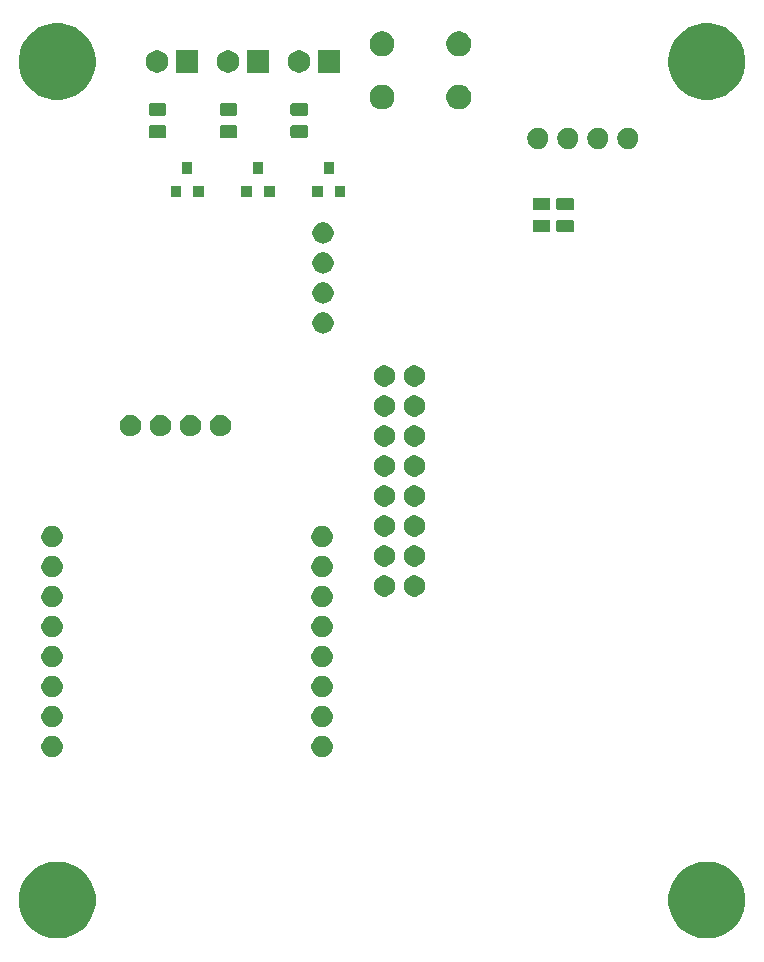
<source format=gbr>
G04 #@! TF.GenerationSoftware,KiCad,Pcbnew,5.1.6+dfsg1-1*
G04 #@! TF.CreationDate,2020-12-01T22:33:45+01:00*
G04 #@! TF.ProjectId,sensorbox,73656e73-6f72-4626-9f78-2e6b69636164,rev?*
G04 #@! TF.SameCoordinates,Original*
G04 #@! TF.FileFunction,Soldermask,Bot*
G04 #@! TF.FilePolarity,Negative*
%FSLAX46Y46*%
G04 Gerber Fmt 4.6, Leading zero omitted, Abs format (unit mm)*
G04 Created by KiCad (PCBNEW 5.1.6+dfsg1-1) date 2020-12-01 22:33:45*
%MOMM*%
%LPD*%
G01*
G04 APERTURE LIST*
%ADD10C,0.100000*%
G04 APERTURE END LIST*
D10*
G36*
X5634239Y-72811467D02*
G01*
X5948282Y-72873934D01*
X6539926Y-73119001D01*
X7072392Y-73474784D01*
X7525216Y-73927608D01*
X7880999Y-74460074D01*
X8126066Y-75051718D01*
X8251000Y-75679804D01*
X8251000Y-76320196D01*
X8126066Y-76948282D01*
X7880999Y-77539926D01*
X7525216Y-78072392D01*
X7072392Y-78525216D01*
X6539926Y-78880999D01*
X5948282Y-79126066D01*
X5634239Y-79188533D01*
X5320197Y-79251000D01*
X4679803Y-79251000D01*
X4365761Y-79188533D01*
X4051718Y-79126066D01*
X3460074Y-78880999D01*
X2927608Y-78525216D01*
X2474784Y-78072392D01*
X2119001Y-77539926D01*
X1873934Y-76948282D01*
X1749000Y-76320196D01*
X1749000Y-75679804D01*
X1873934Y-75051718D01*
X2119001Y-74460074D01*
X2474784Y-73927608D01*
X2927608Y-73474784D01*
X3460074Y-73119001D01*
X4051718Y-72873934D01*
X4365761Y-72811467D01*
X4679803Y-72749000D01*
X5320197Y-72749000D01*
X5634239Y-72811467D01*
G37*
G36*
X60634239Y-72811467D02*
G01*
X60948282Y-72873934D01*
X61539926Y-73119001D01*
X62072392Y-73474784D01*
X62525216Y-73927608D01*
X62880999Y-74460074D01*
X63126066Y-75051718D01*
X63251000Y-75679804D01*
X63251000Y-76320196D01*
X63126066Y-76948282D01*
X62880999Y-77539926D01*
X62525216Y-78072392D01*
X62072392Y-78525216D01*
X61539926Y-78880999D01*
X60948282Y-79126066D01*
X60634239Y-79188533D01*
X60320197Y-79251000D01*
X59679803Y-79251000D01*
X59365761Y-79188533D01*
X59051718Y-79126066D01*
X58460074Y-78880999D01*
X57927608Y-78525216D01*
X57474784Y-78072392D01*
X57119001Y-77539926D01*
X56873934Y-76948282D01*
X56749000Y-76320196D01*
X56749000Y-75679804D01*
X56873934Y-75051718D01*
X57119001Y-74460074D01*
X57474784Y-73927608D01*
X57927608Y-73474784D01*
X58460074Y-73119001D01*
X59051718Y-72873934D01*
X59365761Y-72811467D01*
X59679803Y-72749000D01*
X60320197Y-72749000D01*
X60634239Y-72811467D01*
G37*
G36*
X27543512Y-62103927D02*
G01*
X27692812Y-62133624D01*
X27856784Y-62201544D01*
X28004354Y-62300147D01*
X28129853Y-62425646D01*
X28228456Y-62573216D01*
X28296376Y-62737188D01*
X28331000Y-62911259D01*
X28331000Y-63088741D01*
X28296376Y-63262812D01*
X28228456Y-63426784D01*
X28129853Y-63574354D01*
X28004354Y-63699853D01*
X27856784Y-63798456D01*
X27692812Y-63866376D01*
X27543512Y-63896073D01*
X27518742Y-63901000D01*
X27341258Y-63901000D01*
X27316488Y-63896073D01*
X27167188Y-63866376D01*
X27003216Y-63798456D01*
X26855646Y-63699853D01*
X26730147Y-63574354D01*
X26631544Y-63426784D01*
X26563624Y-63262812D01*
X26529000Y-63088741D01*
X26529000Y-62911259D01*
X26563624Y-62737188D01*
X26631544Y-62573216D01*
X26730147Y-62425646D01*
X26855646Y-62300147D01*
X27003216Y-62201544D01*
X27167188Y-62133624D01*
X27316488Y-62103927D01*
X27341258Y-62099000D01*
X27518742Y-62099000D01*
X27543512Y-62103927D01*
G37*
G36*
X4683512Y-62103927D02*
G01*
X4832812Y-62133624D01*
X4996784Y-62201544D01*
X5144354Y-62300147D01*
X5269853Y-62425646D01*
X5368456Y-62573216D01*
X5436376Y-62737188D01*
X5471000Y-62911259D01*
X5471000Y-63088741D01*
X5436376Y-63262812D01*
X5368456Y-63426784D01*
X5269853Y-63574354D01*
X5144354Y-63699853D01*
X4996784Y-63798456D01*
X4832812Y-63866376D01*
X4683512Y-63896073D01*
X4658742Y-63901000D01*
X4481258Y-63901000D01*
X4456488Y-63896073D01*
X4307188Y-63866376D01*
X4143216Y-63798456D01*
X3995646Y-63699853D01*
X3870147Y-63574354D01*
X3771544Y-63426784D01*
X3703624Y-63262812D01*
X3669000Y-63088741D01*
X3669000Y-62911259D01*
X3703624Y-62737188D01*
X3771544Y-62573216D01*
X3870147Y-62425646D01*
X3995646Y-62300147D01*
X4143216Y-62201544D01*
X4307188Y-62133624D01*
X4456488Y-62103927D01*
X4481258Y-62099000D01*
X4658742Y-62099000D01*
X4683512Y-62103927D01*
G37*
G36*
X4683512Y-59563927D02*
G01*
X4832812Y-59593624D01*
X4996784Y-59661544D01*
X5144354Y-59760147D01*
X5269853Y-59885646D01*
X5368456Y-60033216D01*
X5436376Y-60197188D01*
X5471000Y-60371259D01*
X5471000Y-60548741D01*
X5436376Y-60722812D01*
X5368456Y-60886784D01*
X5269853Y-61034354D01*
X5144354Y-61159853D01*
X4996784Y-61258456D01*
X4832812Y-61326376D01*
X4683512Y-61356073D01*
X4658742Y-61361000D01*
X4481258Y-61361000D01*
X4456488Y-61356073D01*
X4307188Y-61326376D01*
X4143216Y-61258456D01*
X3995646Y-61159853D01*
X3870147Y-61034354D01*
X3771544Y-60886784D01*
X3703624Y-60722812D01*
X3669000Y-60548741D01*
X3669000Y-60371259D01*
X3703624Y-60197188D01*
X3771544Y-60033216D01*
X3870147Y-59885646D01*
X3995646Y-59760147D01*
X4143216Y-59661544D01*
X4307188Y-59593624D01*
X4456488Y-59563927D01*
X4481258Y-59559000D01*
X4658742Y-59559000D01*
X4683512Y-59563927D01*
G37*
G36*
X27543512Y-59563927D02*
G01*
X27692812Y-59593624D01*
X27856784Y-59661544D01*
X28004354Y-59760147D01*
X28129853Y-59885646D01*
X28228456Y-60033216D01*
X28296376Y-60197188D01*
X28331000Y-60371259D01*
X28331000Y-60548741D01*
X28296376Y-60722812D01*
X28228456Y-60886784D01*
X28129853Y-61034354D01*
X28004354Y-61159853D01*
X27856784Y-61258456D01*
X27692812Y-61326376D01*
X27543512Y-61356073D01*
X27518742Y-61361000D01*
X27341258Y-61361000D01*
X27316488Y-61356073D01*
X27167188Y-61326376D01*
X27003216Y-61258456D01*
X26855646Y-61159853D01*
X26730147Y-61034354D01*
X26631544Y-60886784D01*
X26563624Y-60722812D01*
X26529000Y-60548741D01*
X26529000Y-60371259D01*
X26563624Y-60197188D01*
X26631544Y-60033216D01*
X26730147Y-59885646D01*
X26855646Y-59760147D01*
X27003216Y-59661544D01*
X27167188Y-59593624D01*
X27316488Y-59563927D01*
X27341258Y-59559000D01*
X27518742Y-59559000D01*
X27543512Y-59563927D01*
G37*
G36*
X27543512Y-57023927D02*
G01*
X27692812Y-57053624D01*
X27856784Y-57121544D01*
X28004354Y-57220147D01*
X28129853Y-57345646D01*
X28228456Y-57493216D01*
X28296376Y-57657188D01*
X28331000Y-57831259D01*
X28331000Y-58008741D01*
X28296376Y-58182812D01*
X28228456Y-58346784D01*
X28129853Y-58494354D01*
X28004354Y-58619853D01*
X27856784Y-58718456D01*
X27692812Y-58786376D01*
X27543512Y-58816073D01*
X27518742Y-58821000D01*
X27341258Y-58821000D01*
X27316488Y-58816073D01*
X27167188Y-58786376D01*
X27003216Y-58718456D01*
X26855646Y-58619853D01*
X26730147Y-58494354D01*
X26631544Y-58346784D01*
X26563624Y-58182812D01*
X26529000Y-58008741D01*
X26529000Y-57831259D01*
X26563624Y-57657188D01*
X26631544Y-57493216D01*
X26730147Y-57345646D01*
X26855646Y-57220147D01*
X27003216Y-57121544D01*
X27167188Y-57053624D01*
X27316488Y-57023927D01*
X27341258Y-57019000D01*
X27518742Y-57019000D01*
X27543512Y-57023927D01*
G37*
G36*
X4683512Y-57023927D02*
G01*
X4832812Y-57053624D01*
X4996784Y-57121544D01*
X5144354Y-57220147D01*
X5269853Y-57345646D01*
X5368456Y-57493216D01*
X5436376Y-57657188D01*
X5471000Y-57831259D01*
X5471000Y-58008741D01*
X5436376Y-58182812D01*
X5368456Y-58346784D01*
X5269853Y-58494354D01*
X5144354Y-58619853D01*
X4996784Y-58718456D01*
X4832812Y-58786376D01*
X4683512Y-58816073D01*
X4658742Y-58821000D01*
X4481258Y-58821000D01*
X4456488Y-58816073D01*
X4307188Y-58786376D01*
X4143216Y-58718456D01*
X3995646Y-58619853D01*
X3870147Y-58494354D01*
X3771544Y-58346784D01*
X3703624Y-58182812D01*
X3669000Y-58008741D01*
X3669000Y-57831259D01*
X3703624Y-57657188D01*
X3771544Y-57493216D01*
X3870147Y-57345646D01*
X3995646Y-57220147D01*
X4143216Y-57121544D01*
X4307188Y-57053624D01*
X4456488Y-57023927D01*
X4481258Y-57019000D01*
X4658742Y-57019000D01*
X4683512Y-57023927D01*
G37*
G36*
X4683512Y-54483927D02*
G01*
X4832812Y-54513624D01*
X4996784Y-54581544D01*
X5144354Y-54680147D01*
X5269853Y-54805646D01*
X5368456Y-54953216D01*
X5436376Y-55117188D01*
X5471000Y-55291259D01*
X5471000Y-55468741D01*
X5436376Y-55642812D01*
X5368456Y-55806784D01*
X5269853Y-55954354D01*
X5144354Y-56079853D01*
X4996784Y-56178456D01*
X4832812Y-56246376D01*
X4683512Y-56276073D01*
X4658742Y-56281000D01*
X4481258Y-56281000D01*
X4456488Y-56276073D01*
X4307188Y-56246376D01*
X4143216Y-56178456D01*
X3995646Y-56079853D01*
X3870147Y-55954354D01*
X3771544Y-55806784D01*
X3703624Y-55642812D01*
X3669000Y-55468741D01*
X3669000Y-55291259D01*
X3703624Y-55117188D01*
X3771544Y-54953216D01*
X3870147Y-54805646D01*
X3995646Y-54680147D01*
X4143216Y-54581544D01*
X4307188Y-54513624D01*
X4456488Y-54483927D01*
X4481258Y-54479000D01*
X4658742Y-54479000D01*
X4683512Y-54483927D01*
G37*
G36*
X27543512Y-54483927D02*
G01*
X27692812Y-54513624D01*
X27856784Y-54581544D01*
X28004354Y-54680147D01*
X28129853Y-54805646D01*
X28228456Y-54953216D01*
X28296376Y-55117188D01*
X28331000Y-55291259D01*
X28331000Y-55468741D01*
X28296376Y-55642812D01*
X28228456Y-55806784D01*
X28129853Y-55954354D01*
X28004354Y-56079853D01*
X27856784Y-56178456D01*
X27692812Y-56246376D01*
X27543512Y-56276073D01*
X27518742Y-56281000D01*
X27341258Y-56281000D01*
X27316488Y-56276073D01*
X27167188Y-56246376D01*
X27003216Y-56178456D01*
X26855646Y-56079853D01*
X26730147Y-55954354D01*
X26631544Y-55806784D01*
X26563624Y-55642812D01*
X26529000Y-55468741D01*
X26529000Y-55291259D01*
X26563624Y-55117188D01*
X26631544Y-54953216D01*
X26730147Y-54805646D01*
X26855646Y-54680147D01*
X27003216Y-54581544D01*
X27167188Y-54513624D01*
X27316488Y-54483927D01*
X27341258Y-54479000D01*
X27518742Y-54479000D01*
X27543512Y-54483927D01*
G37*
G36*
X27543512Y-51943927D02*
G01*
X27692812Y-51973624D01*
X27856784Y-52041544D01*
X28004354Y-52140147D01*
X28129853Y-52265646D01*
X28228456Y-52413216D01*
X28296376Y-52577188D01*
X28331000Y-52751259D01*
X28331000Y-52928741D01*
X28296376Y-53102812D01*
X28228456Y-53266784D01*
X28129853Y-53414354D01*
X28004354Y-53539853D01*
X27856784Y-53638456D01*
X27692812Y-53706376D01*
X27543512Y-53736073D01*
X27518742Y-53741000D01*
X27341258Y-53741000D01*
X27316488Y-53736073D01*
X27167188Y-53706376D01*
X27003216Y-53638456D01*
X26855646Y-53539853D01*
X26730147Y-53414354D01*
X26631544Y-53266784D01*
X26563624Y-53102812D01*
X26529000Y-52928741D01*
X26529000Y-52751259D01*
X26563624Y-52577188D01*
X26631544Y-52413216D01*
X26730147Y-52265646D01*
X26855646Y-52140147D01*
X27003216Y-52041544D01*
X27167188Y-51973624D01*
X27316488Y-51943927D01*
X27341258Y-51939000D01*
X27518742Y-51939000D01*
X27543512Y-51943927D01*
G37*
G36*
X4683512Y-51943927D02*
G01*
X4832812Y-51973624D01*
X4996784Y-52041544D01*
X5144354Y-52140147D01*
X5269853Y-52265646D01*
X5368456Y-52413216D01*
X5436376Y-52577188D01*
X5471000Y-52751259D01*
X5471000Y-52928741D01*
X5436376Y-53102812D01*
X5368456Y-53266784D01*
X5269853Y-53414354D01*
X5144354Y-53539853D01*
X4996784Y-53638456D01*
X4832812Y-53706376D01*
X4683512Y-53736073D01*
X4658742Y-53741000D01*
X4481258Y-53741000D01*
X4456488Y-53736073D01*
X4307188Y-53706376D01*
X4143216Y-53638456D01*
X3995646Y-53539853D01*
X3870147Y-53414354D01*
X3771544Y-53266784D01*
X3703624Y-53102812D01*
X3669000Y-52928741D01*
X3669000Y-52751259D01*
X3703624Y-52577188D01*
X3771544Y-52413216D01*
X3870147Y-52265646D01*
X3995646Y-52140147D01*
X4143216Y-52041544D01*
X4307188Y-51973624D01*
X4456488Y-51943927D01*
X4481258Y-51939000D01*
X4658742Y-51939000D01*
X4683512Y-51943927D01*
G37*
G36*
X27543512Y-49403927D02*
G01*
X27692812Y-49433624D01*
X27856784Y-49501544D01*
X28004354Y-49600147D01*
X28129853Y-49725646D01*
X28228456Y-49873216D01*
X28296376Y-50037188D01*
X28326073Y-50186488D01*
X28330443Y-50208456D01*
X28331000Y-50211259D01*
X28331000Y-50388741D01*
X28296376Y-50562812D01*
X28228456Y-50726784D01*
X28129853Y-50874354D01*
X28004354Y-50999853D01*
X27856784Y-51098456D01*
X27692812Y-51166376D01*
X27543512Y-51196073D01*
X27518742Y-51201000D01*
X27341258Y-51201000D01*
X27316488Y-51196073D01*
X27167188Y-51166376D01*
X27003216Y-51098456D01*
X26855646Y-50999853D01*
X26730147Y-50874354D01*
X26631544Y-50726784D01*
X26563624Y-50562812D01*
X26529000Y-50388741D01*
X26529000Y-50211259D01*
X26529558Y-50208456D01*
X26533927Y-50186488D01*
X26563624Y-50037188D01*
X26631544Y-49873216D01*
X26730147Y-49725646D01*
X26855646Y-49600147D01*
X27003216Y-49501544D01*
X27167188Y-49433624D01*
X27316488Y-49403927D01*
X27341258Y-49399000D01*
X27518742Y-49399000D01*
X27543512Y-49403927D01*
G37*
G36*
X4683512Y-49403927D02*
G01*
X4832812Y-49433624D01*
X4996784Y-49501544D01*
X5144354Y-49600147D01*
X5269853Y-49725646D01*
X5368456Y-49873216D01*
X5436376Y-50037188D01*
X5466073Y-50186488D01*
X5470443Y-50208456D01*
X5471000Y-50211259D01*
X5471000Y-50388741D01*
X5436376Y-50562812D01*
X5368456Y-50726784D01*
X5269853Y-50874354D01*
X5144354Y-50999853D01*
X4996784Y-51098456D01*
X4832812Y-51166376D01*
X4683512Y-51196073D01*
X4658742Y-51201000D01*
X4481258Y-51201000D01*
X4456488Y-51196073D01*
X4307188Y-51166376D01*
X4143216Y-51098456D01*
X3995646Y-50999853D01*
X3870147Y-50874354D01*
X3771544Y-50726784D01*
X3703624Y-50562812D01*
X3669000Y-50388741D01*
X3669000Y-50211259D01*
X3669558Y-50208456D01*
X3673927Y-50186488D01*
X3703624Y-50037188D01*
X3771544Y-49873216D01*
X3870147Y-49725646D01*
X3995646Y-49600147D01*
X4143216Y-49501544D01*
X4307188Y-49433624D01*
X4456488Y-49403927D01*
X4481258Y-49399000D01*
X4658742Y-49399000D01*
X4683512Y-49403927D01*
G37*
G36*
X35353512Y-48513927D02*
G01*
X35502812Y-48543624D01*
X35666784Y-48611544D01*
X35814354Y-48710147D01*
X35939853Y-48835646D01*
X36038456Y-48983216D01*
X36106376Y-49147188D01*
X36136073Y-49296488D01*
X36141000Y-49321258D01*
X36141000Y-49498742D01*
X36136073Y-49523512D01*
X36106376Y-49672812D01*
X36038456Y-49836784D01*
X35939853Y-49984354D01*
X35814354Y-50109853D01*
X35666784Y-50208456D01*
X35502812Y-50276376D01*
X35353512Y-50306073D01*
X35328742Y-50311000D01*
X35151258Y-50311000D01*
X35126488Y-50306073D01*
X34977188Y-50276376D01*
X34813216Y-50208456D01*
X34665646Y-50109853D01*
X34540147Y-49984354D01*
X34441544Y-49836784D01*
X34373624Y-49672812D01*
X34343927Y-49523512D01*
X34339000Y-49498742D01*
X34339000Y-49321258D01*
X34343927Y-49296488D01*
X34373624Y-49147188D01*
X34441544Y-48983216D01*
X34540147Y-48835646D01*
X34665646Y-48710147D01*
X34813216Y-48611544D01*
X34977188Y-48543624D01*
X35126488Y-48513927D01*
X35151258Y-48509000D01*
X35328742Y-48509000D01*
X35353512Y-48513927D01*
G37*
G36*
X32813512Y-48513927D02*
G01*
X32962812Y-48543624D01*
X33126784Y-48611544D01*
X33274354Y-48710147D01*
X33399853Y-48835646D01*
X33498456Y-48983216D01*
X33566376Y-49147188D01*
X33596073Y-49296488D01*
X33601000Y-49321258D01*
X33601000Y-49498742D01*
X33596073Y-49523512D01*
X33566376Y-49672812D01*
X33498456Y-49836784D01*
X33399853Y-49984354D01*
X33274354Y-50109853D01*
X33126784Y-50208456D01*
X32962812Y-50276376D01*
X32813512Y-50306073D01*
X32788742Y-50311000D01*
X32611258Y-50311000D01*
X32586488Y-50306073D01*
X32437188Y-50276376D01*
X32273216Y-50208456D01*
X32125646Y-50109853D01*
X32000147Y-49984354D01*
X31901544Y-49836784D01*
X31833624Y-49672812D01*
X31803927Y-49523512D01*
X31799000Y-49498742D01*
X31799000Y-49321258D01*
X31803927Y-49296488D01*
X31833624Y-49147188D01*
X31901544Y-48983216D01*
X32000147Y-48835646D01*
X32125646Y-48710147D01*
X32273216Y-48611544D01*
X32437188Y-48543624D01*
X32586488Y-48513927D01*
X32611258Y-48509000D01*
X32788742Y-48509000D01*
X32813512Y-48513927D01*
G37*
G36*
X27543512Y-46863927D02*
G01*
X27692812Y-46893624D01*
X27856784Y-46961544D01*
X28004354Y-47060147D01*
X28129853Y-47185646D01*
X28228456Y-47333216D01*
X28296376Y-47497188D01*
X28326073Y-47646488D01*
X28330443Y-47668456D01*
X28331000Y-47671259D01*
X28331000Y-47848741D01*
X28296376Y-48022812D01*
X28228456Y-48186784D01*
X28129853Y-48334354D01*
X28004354Y-48459853D01*
X27856784Y-48558456D01*
X27692812Y-48626376D01*
X27543512Y-48656073D01*
X27518742Y-48661000D01*
X27341258Y-48661000D01*
X27316488Y-48656073D01*
X27167188Y-48626376D01*
X27003216Y-48558456D01*
X26855646Y-48459853D01*
X26730147Y-48334354D01*
X26631544Y-48186784D01*
X26563624Y-48022812D01*
X26529000Y-47848741D01*
X26529000Y-47671259D01*
X26529558Y-47668456D01*
X26533927Y-47646488D01*
X26563624Y-47497188D01*
X26631544Y-47333216D01*
X26730147Y-47185646D01*
X26855646Y-47060147D01*
X27003216Y-46961544D01*
X27167188Y-46893624D01*
X27316488Y-46863927D01*
X27341258Y-46859000D01*
X27518742Y-46859000D01*
X27543512Y-46863927D01*
G37*
G36*
X4683512Y-46863927D02*
G01*
X4832812Y-46893624D01*
X4996784Y-46961544D01*
X5144354Y-47060147D01*
X5269853Y-47185646D01*
X5368456Y-47333216D01*
X5436376Y-47497188D01*
X5466073Y-47646488D01*
X5470443Y-47668456D01*
X5471000Y-47671259D01*
X5471000Y-47848741D01*
X5436376Y-48022812D01*
X5368456Y-48186784D01*
X5269853Y-48334354D01*
X5144354Y-48459853D01*
X4996784Y-48558456D01*
X4832812Y-48626376D01*
X4683512Y-48656073D01*
X4658742Y-48661000D01*
X4481258Y-48661000D01*
X4456488Y-48656073D01*
X4307188Y-48626376D01*
X4143216Y-48558456D01*
X3995646Y-48459853D01*
X3870147Y-48334354D01*
X3771544Y-48186784D01*
X3703624Y-48022812D01*
X3669000Y-47848741D01*
X3669000Y-47671259D01*
X3669558Y-47668456D01*
X3673927Y-47646488D01*
X3703624Y-47497188D01*
X3771544Y-47333216D01*
X3870147Y-47185646D01*
X3995646Y-47060147D01*
X4143216Y-46961544D01*
X4307188Y-46893624D01*
X4456488Y-46863927D01*
X4481258Y-46859000D01*
X4658742Y-46859000D01*
X4683512Y-46863927D01*
G37*
G36*
X32813512Y-45973927D02*
G01*
X32962812Y-46003624D01*
X33126784Y-46071544D01*
X33274354Y-46170147D01*
X33399853Y-46295646D01*
X33498456Y-46443216D01*
X33566376Y-46607188D01*
X33596073Y-46756488D01*
X33601000Y-46781258D01*
X33601000Y-46958742D01*
X33596073Y-46983512D01*
X33566376Y-47132812D01*
X33498456Y-47296784D01*
X33399853Y-47444354D01*
X33274354Y-47569853D01*
X33126784Y-47668456D01*
X32962812Y-47736376D01*
X32813512Y-47766073D01*
X32788742Y-47771000D01*
X32611258Y-47771000D01*
X32586488Y-47766073D01*
X32437188Y-47736376D01*
X32273216Y-47668456D01*
X32125646Y-47569853D01*
X32000147Y-47444354D01*
X31901544Y-47296784D01*
X31833624Y-47132812D01*
X31803927Y-46983512D01*
X31799000Y-46958742D01*
X31799000Y-46781258D01*
X31803927Y-46756488D01*
X31833624Y-46607188D01*
X31901544Y-46443216D01*
X32000147Y-46295646D01*
X32125646Y-46170147D01*
X32273216Y-46071544D01*
X32437188Y-46003624D01*
X32586488Y-45973927D01*
X32611258Y-45969000D01*
X32788742Y-45969000D01*
X32813512Y-45973927D01*
G37*
G36*
X35353512Y-45973927D02*
G01*
X35502812Y-46003624D01*
X35666784Y-46071544D01*
X35814354Y-46170147D01*
X35939853Y-46295646D01*
X36038456Y-46443216D01*
X36106376Y-46607188D01*
X36136073Y-46756488D01*
X36141000Y-46781258D01*
X36141000Y-46958742D01*
X36136073Y-46983512D01*
X36106376Y-47132812D01*
X36038456Y-47296784D01*
X35939853Y-47444354D01*
X35814354Y-47569853D01*
X35666784Y-47668456D01*
X35502812Y-47736376D01*
X35353512Y-47766073D01*
X35328742Y-47771000D01*
X35151258Y-47771000D01*
X35126488Y-47766073D01*
X34977188Y-47736376D01*
X34813216Y-47668456D01*
X34665646Y-47569853D01*
X34540147Y-47444354D01*
X34441544Y-47296784D01*
X34373624Y-47132812D01*
X34343927Y-46983512D01*
X34339000Y-46958742D01*
X34339000Y-46781258D01*
X34343927Y-46756488D01*
X34373624Y-46607188D01*
X34441544Y-46443216D01*
X34540147Y-46295646D01*
X34665646Y-46170147D01*
X34813216Y-46071544D01*
X34977188Y-46003624D01*
X35126488Y-45973927D01*
X35151258Y-45969000D01*
X35328742Y-45969000D01*
X35353512Y-45973927D01*
G37*
G36*
X27543512Y-44323927D02*
G01*
X27692812Y-44353624D01*
X27856784Y-44421544D01*
X28004354Y-44520147D01*
X28129853Y-44645646D01*
X28228456Y-44793216D01*
X28296376Y-44957188D01*
X28326073Y-45106488D01*
X28330443Y-45128456D01*
X28331000Y-45131259D01*
X28331000Y-45308741D01*
X28296376Y-45482812D01*
X28228456Y-45646784D01*
X28129853Y-45794354D01*
X28004354Y-45919853D01*
X27856784Y-46018456D01*
X27692812Y-46086376D01*
X27543512Y-46116073D01*
X27518742Y-46121000D01*
X27341258Y-46121000D01*
X27316488Y-46116073D01*
X27167188Y-46086376D01*
X27003216Y-46018456D01*
X26855646Y-45919853D01*
X26730147Y-45794354D01*
X26631544Y-45646784D01*
X26563624Y-45482812D01*
X26529000Y-45308741D01*
X26529000Y-45131259D01*
X26529558Y-45128456D01*
X26533927Y-45106488D01*
X26563624Y-44957188D01*
X26631544Y-44793216D01*
X26730147Y-44645646D01*
X26855646Y-44520147D01*
X27003216Y-44421544D01*
X27167188Y-44353624D01*
X27316488Y-44323927D01*
X27341258Y-44319000D01*
X27518742Y-44319000D01*
X27543512Y-44323927D01*
G37*
G36*
X4683512Y-44323927D02*
G01*
X4832812Y-44353624D01*
X4996784Y-44421544D01*
X5144354Y-44520147D01*
X5269853Y-44645646D01*
X5368456Y-44793216D01*
X5436376Y-44957188D01*
X5466073Y-45106488D01*
X5470443Y-45128456D01*
X5471000Y-45131259D01*
X5471000Y-45308741D01*
X5436376Y-45482812D01*
X5368456Y-45646784D01*
X5269853Y-45794354D01*
X5144354Y-45919853D01*
X4996784Y-46018456D01*
X4832812Y-46086376D01*
X4683512Y-46116073D01*
X4658742Y-46121000D01*
X4481258Y-46121000D01*
X4456488Y-46116073D01*
X4307188Y-46086376D01*
X4143216Y-46018456D01*
X3995646Y-45919853D01*
X3870147Y-45794354D01*
X3771544Y-45646784D01*
X3703624Y-45482812D01*
X3669000Y-45308741D01*
X3669000Y-45131259D01*
X3669558Y-45128456D01*
X3673927Y-45106488D01*
X3703624Y-44957188D01*
X3771544Y-44793216D01*
X3870147Y-44645646D01*
X3995646Y-44520147D01*
X4143216Y-44421544D01*
X4307188Y-44353624D01*
X4456488Y-44323927D01*
X4481258Y-44319000D01*
X4658742Y-44319000D01*
X4683512Y-44323927D01*
G37*
G36*
X35353512Y-43433927D02*
G01*
X35502812Y-43463624D01*
X35666784Y-43531544D01*
X35814354Y-43630147D01*
X35939853Y-43755646D01*
X36038456Y-43903216D01*
X36106376Y-44067188D01*
X36136073Y-44216488D01*
X36141000Y-44241258D01*
X36141000Y-44418742D01*
X36136073Y-44443512D01*
X36106376Y-44592812D01*
X36038456Y-44756784D01*
X35939853Y-44904354D01*
X35814354Y-45029853D01*
X35666784Y-45128456D01*
X35502812Y-45196376D01*
X35353512Y-45226073D01*
X35328742Y-45231000D01*
X35151258Y-45231000D01*
X35126488Y-45226073D01*
X34977188Y-45196376D01*
X34813216Y-45128456D01*
X34665646Y-45029853D01*
X34540147Y-44904354D01*
X34441544Y-44756784D01*
X34373624Y-44592812D01*
X34343927Y-44443512D01*
X34339000Y-44418742D01*
X34339000Y-44241258D01*
X34343927Y-44216488D01*
X34373624Y-44067188D01*
X34441544Y-43903216D01*
X34540147Y-43755646D01*
X34665646Y-43630147D01*
X34813216Y-43531544D01*
X34977188Y-43463624D01*
X35126488Y-43433927D01*
X35151258Y-43429000D01*
X35328742Y-43429000D01*
X35353512Y-43433927D01*
G37*
G36*
X32813512Y-43433927D02*
G01*
X32962812Y-43463624D01*
X33126784Y-43531544D01*
X33274354Y-43630147D01*
X33399853Y-43755646D01*
X33498456Y-43903216D01*
X33566376Y-44067188D01*
X33596073Y-44216488D01*
X33601000Y-44241258D01*
X33601000Y-44418742D01*
X33596073Y-44443512D01*
X33566376Y-44592812D01*
X33498456Y-44756784D01*
X33399853Y-44904354D01*
X33274354Y-45029853D01*
X33126784Y-45128456D01*
X32962812Y-45196376D01*
X32813512Y-45226073D01*
X32788742Y-45231000D01*
X32611258Y-45231000D01*
X32586488Y-45226073D01*
X32437188Y-45196376D01*
X32273216Y-45128456D01*
X32125646Y-45029853D01*
X32000147Y-44904354D01*
X31901544Y-44756784D01*
X31833624Y-44592812D01*
X31803927Y-44443512D01*
X31799000Y-44418742D01*
X31799000Y-44241258D01*
X31803927Y-44216488D01*
X31833624Y-44067188D01*
X31901544Y-43903216D01*
X32000147Y-43755646D01*
X32125646Y-43630147D01*
X32273216Y-43531544D01*
X32437188Y-43463624D01*
X32586488Y-43433927D01*
X32611258Y-43429000D01*
X32788742Y-43429000D01*
X32813512Y-43433927D01*
G37*
G36*
X32813512Y-40893927D02*
G01*
X32962812Y-40923624D01*
X33126784Y-40991544D01*
X33274354Y-41090147D01*
X33399853Y-41215646D01*
X33498456Y-41363216D01*
X33566376Y-41527188D01*
X33601000Y-41701259D01*
X33601000Y-41878741D01*
X33566376Y-42052812D01*
X33498456Y-42216784D01*
X33399853Y-42364354D01*
X33274354Y-42489853D01*
X33126784Y-42588456D01*
X32962812Y-42656376D01*
X32813512Y-42686073D01*
X32788742Y-42691000D01*
X32611258Y-42691000D01*
X32586488Y-42686073D01*
X32437188Y-42656376D01*
X32273216Y-42588456D01*
X32125646Y-42489853D01*
X32000147Y-42364354D01*
X31901544Y-42216784D01*
X31833624Y-42052812D01*
X31799000Y-41878741D01*
X31799000Y-41701259D01*
X31833624Y-41527188D01*
X31901544Y-41363216D01*
X32000147Y-41215646D01*
X32125646Y-41090147D01*
X32273216Y-40991544D01*
X32437188Y-40923624D01*
X32586488Y-40893927D01*
X32611258Y-40889000D01*
X32788742Y-40889000D01*
X32813512Y-40893927D01*
G37*
G36*
X35353512Y-40893927D02*
G01*
X35502812Y-40923624D01*
X35666784Y-40991544D01*
X35814354Y-41090147D01*
X35939853Y-41215646D01*
X36038456Y-41363216D01*
X36106376Y-41527188D01*
X36141000Y-41701259D01*
X36141000Y-41878741D01*
X36106376Y-42052812D01*
X36038456Y-42216784D01*
X35939853Y-42364354D01*
X35814354Y-42489853D01*
X35666784Y-42588456D01*
X35502812Y-42656376D01*
X35353512Y-42686073D01*
X35328742Y-42691000D01*
X35151258Y-42691000D01*
X35126488Y-42686073D01*
X34977188Y-42656376D01*
X34813216Y-42588456D01*
X34665646Y-42489853D01*
X34540147Y-42364354D01*
X34441544Y-42216784D01*
X34373624Y-42052812D01*
X34339000Y-41878741D01*
X34339000Y-41701259D01*
X34373624Y-41527188D01*
X34441544Y-41363216D01*
X34540147Y-41215646D01*
X34665646Y-41090147D01*
X34813216Y-40991544D01*
X34977188Y-40923624D01*
X35126488Y-40893927D01*
X35151258Y-40889000D01*
X35328742Y-40889000D01*
X35353512Y-40893927D01*
G37*
G36*
X32813512Y-38353927D02*
G01*
X32962812Y-38383624D01*
X33126784Y-38451544D01*
X33274354Y-38550147D01*
X33399853Y-38675646D01*
X33498456Y-38823216D01*
X33566376Y-38987188D01*
X33601000Y-39161259D01*
X33601000Y-39338741D01*
X33566376Y-39512812D01*
X33498456Y-39676784D01*
X33399853Y-39824354D01*
X33274354Y-39949853D01*
X33126784Y-40048456D01*
X32962812Y-40116376D01*
X32813512Y-40146073D01*
X32788742Y-40151000D01*
X32611258Y-40151000D01*
X32586488Y-40146073D01*
X32437188Y-40116376D01*
X32273216Y-40048456D01*
X32125646Y-39949853D01*
X32000147Y-39824354D01*
X31901544Y-39676784D01*
X31833624Y-39512812D01*
X31799000Y-39338741D01*
X31799000Y-39161259D01*
X31833624Y-38987188D01*
X31901544Y-38823216D01*
X32000147Y-38675646D01*
X32125646Y-38550147D01*
X32273216Y-38451544D01*
X32437188Y-38383624D01*
X32586488Y-38353927D01*
X32611258Y-38349000D01*
X32788742Y-38349000D01*
X32813512Y-38353927D01*
G37*
G36*
X35353512Y-38353927D02*
G01*
X35502812Y-38383624D01*
X35666784Y-38451544D01*
X35814354Y-38550147D01*
X35939853Y-38675646D01*
X36038456Y-38823216D01*
X36106376Y-38987188D01*
X36141000Y-39161259D01*
X36141000Y-39338741D01*
X36106376Y-39512812D01*
X36038456Y-39676784D01*
X35939853Y-39824354D01*
X35814354Y-39949853D01*
X35666784Y-40048456D01*
X35502812Y-40116376D01*
X35353512Y-40146073D01*
X35328742Y-40151000D01*
X35151258Y-40151000D01*
X35126488Y-40146073D01*
X34977188Y-40116376D01*
X34813216Y-40048456D01*
X34665646Y-39949853D01*
X34540147Y-39824354D01*
X34441544Y-39676784D01*
X34373624Y-39512812D01*
X34339000Y-39338741D01*
X34339000Y-39161259D01*
X34373624Y-38987188D01*
X34441544Y-38823216D01*
X34540147Y-38675646D01*
X34665646Y-38550147D01*
X34813216Y-38451544D01*
X34977188Y-38383624D01*
X35126488Y-38353927D01*
X35151258Y-38349000D01*
X35328742Y-38349000D01*
X35353512Y-38353927D01*
G37*
G36*
X32813512Y-35813927D02*
G01*
X32962812Y-35843624D01*
X33126784Y-35911544D01*
X33274354Y-36010147D01*
X33399853Y-36135646D01*
X33498456Y-36283216D01*
X33566376Y-36447188D01*
X33601000Y-36621259D01*
X33601000Y-36798741D01*
X33566376Y-36972812D01*
X33498456Y-37136784D01*
X33399853Y-37284354D01*
X33274354Y-37409853D01*
X33126784Y-37508456D01*
X32962812Y-37576376D01*
X32813512Y-37606073D01*
X32788742Y-37611000D01*
X32611258Y-37611000D01*
X32586488Y-37606073D01*
X32437188Y-37576376D01*
X32273216Y-37508456D01*
X32125646Y-37409853D01*
X32000147Y-37284354D01*
X31901544Y-37136784D01*
X31833624Y-36972812D01*
X31799000Y-36798741D01*
X31799000Y-36621259D01*
X31833624Y-36447188D01*
X31901544Y-36283216D01*
X32000147Y-36135646D01*
X32125646Y-36010147D01*
X32273216Y-35911544D01*
X32437188Y-35843624D01*
X32586488Y-35813927D01*
X32611258Y-35809000D01*
X32788742Y-35809000D01*
X32813512Y-35813927D01*
G37*
G36*
X35353512Y-35813927D02*
G01*
X35502812Y-35843624D01*
X35666784Y-35911544D01*
X35814354Y-36010147D01*
X35939853Y-36135646D01*
X36038456Y-36283216D01*
X36106376Y-36447188D01*
X36141000Y-36621259D01*
X36141000Y-36798741D01*
X36106376Y-36972812D01*
X36038456Y-37136784D01*
X35939853Y-37284354D01*
X35814354Y-37409853D01*
X35666784Y-37508456D01*
X35502812Y-37576376D01*
X35353512Y-37606073D01*
X35328742Y-37611000D01*
X35151258Y-37611000D01*
X35126488Y-37606073D01*
X34977188Y-37576376D01*
X34813216Y-37508456D01*
X34665646Y-37409853D01*
X34540147Y-37284354D01*
X34441544Y-37136784D01*
X34373624Y-36972812D01*
X34339000Y-36798741D01*
X34339000Y-36621259D01*
X34373624Y-36447188D01*
X34441544Y-36283216D01*
X34540147Y-36135646D01*
X34665646Y-36010147D01*
X34813216Y-35911544D01*
X34977188Y-35843624D01*
X35126488Y-35813927D01*
X35151258Y-35809000D01*
X35328742Y-35809000D01*
X35353512Y-35813927D01*
G37*
G36*
X18923512Y-34923926D02*
G01*
X19072812Y-34953623D01*
X19236784Y-35021543D01*
X19384354Y-35120146D01*
X19509853Y-35245645D01*
X19608456Y-35393215D01*
X19676376Y-35557187D01*
X19711000Y-35731258D01*
X19711000Y-35908740D01*
X19676376Y-36082811D01*
X19608456Y-36246783D01*
X19509853Y-36394353D01*
X19384354Y-36519852D01*
X19236784Y-36618455D01*
X19072812Y-36686375D01*
X18923512Y-36716072D01*
X18898742Y-36720999D01*
X18721258Y-36720999D01*
X18696488Y-36716072D01*
X18547188Y-36686375D01*
X18383216Y-36618455D01*
X18235646Y-36519852D01*
X18110147Y-36394353D01*
X18011544Y-36246783D01*
X17943624Y-36082811D01*
X17909000Y-35908740D01*
X17909000Y-35731258D01*
X17943624Y-35557187D01*
X18011544Y-35393215D01*
X18110147Y-35245645D01*
X18235646Y-35120146D01*
X18383216Y-35021543D01*
X18547188Y-34953623D01*
X18696488Y-34923926D01*
X18721258Y-34918999D01*
X18898742Y-34918999D01*
X18923512Y-34923926D01*
G37*
G36*
X11303512Y-34923926D02*
G01*
X11452812Y-34953623D01*
X11616784Y-35021543D01*
X11764354Y-35120146D01*
X11889853Y-35245645D01*
X11988456Y-35393215D01*
X12056376Y-35557187D01*
X12091000Y-35731258D01*
X12091000Y-35908740D01*
X12056376Y-36082811D01*
X11988456Y-36246783D01*
X11889853Y-36394353D01*
X11764354Y-36519852D01*
X11616784Y-36618455D01*
X11452812Y-36686375D01*
X11303512Y-36716072D01*
X11278742Y-36720999D01*
X11101258Y-36720999D01*
X11076488Y-36716072D01*
X10927188Y-36686375D01*
X10763216Y-36618455D01*
X10615646Y-36519852D01*
X10490147Y-36394353D01*
X10391544Y-36246783D01*
X10323624Y-36082811D01*
X10289000Y-35908740D01*
X10289000Y-35731258D01*
X10323624Y-35557187D01*
X10391544Y-35393215D01*
X10490147Y-35245645D01*
X10615646Y-35120146D01*
X10763216Y-35021543D01*
X10927188Y-34953623D01*
X11076488Y-34923926D01*
X11101258Y-34918999D01*
X11278742Y-34918999D01*
X11303512Y-34923926D01*
G37*
G36*
X13843512Y-34923926D02*
G01*
X13992812Y-34953623D01*
X14156784Y-35021543D01*
X14304354Y-35120146D01*
X14429853Y-35245645D01*
X14528456Y-35393215D01*
X14596376Y-35557187D01*
X14631000Y-35731258D01*
X14631000Y-35908740D01*
X14596376Y-36082811D01*
X14528456Y-36246783D01*
X14429853Y-36394353D01*
X14304354Y-36519852D01*
X14156784Y-36618455D01*
X13992812Y-36686375D01*
X13843512Y-36716072D01*
X13818742Y-36720999D01*
X13641258Y-36720999D01*
X13616488Y-36716072D01*
X13467188Y-36686375D01*
X13303216Y-36618455D01*
X13155646Y-36519852D01*
X13030147Y-36394353D01*
X12931544Y-36246783D01*
X12863624Y-36082811D01*
X12829000Y-35908740D01*
X12829000Y-35731258D01*
X12863624Y-35557187D01*
X12931544Y-35393215D01*
X13030147Y-35245645D01*
X13155646Y-35120146D01*
X13303216Y-35021543D01*
X13467188Y-34953623D01*
X13616488Y-34923926D01*
X13641258Y-34918999D01*
X13818742Y-34918999D01*
X13843512Y-34923926D01*
G37*
G36*
X16383512Y-34923926D02*
G01*
X16532812Y-34953623D01*
X16696784Y-35021543D01*
X16844354Y-35120146D01*
X16969853Y-35245645D01*
X17068456Y-35393215D01*
X17136376Y-35557187D01*
X17171000Y-35731258D01*
X17171000Y-35908740D01*
X17136376Y-36082811D01*
X17068456Y-36246783D01*
X16969853Y-36394353D01*
X16844354Y-36519852D01*
X16696784Y-36618455D01*
X16532812Y-36686375D01*
X16383512Y-36716072D01*
X16358742Y-36720999D01*
X16181258Y-36720999D01*
X16156488Y-36716072D01*
X16007188Y-36686375D01*
X15843216Y-36618455D01*
X15695646Y-36519852D01*
X15570147Y-36394353D01*
X15471544Y-36246783D01*
X15403624Y-36082811D01*
X15369000Y-35908740D01*
X15369000Y-35731258D01*
X15403624Y-35557187D01*
X15471544Y-35393215D01*
X15570147Y-35245645D01*
X15695646Y-35120146D01*
X15843216Y-35021543D01*
X16007188Y-34953623D01*
X16156488Y-34923926D01*
X16181258Y-34918999D01*
X16358742Y-34918999D01*
X16383512Y-34923926D01*
G37*
G36*
X35353512Y-33273927D02*
G01*
X35502812Y-33303624D01*
X35666784Y-33371544D01*
X35814354Y-33470147D01*
X35939853Y-33595646D01*
X36038456Y-33743216D01*
X36106376Y-33907188D01*
X36141000Y-34081259D01*
X36141000Y-34258741D01*
X36106376Y-34432812D01*
X36038456Y-34596784D01*
X35939853Y-34744354D01*
X35814354Y-34869853D01*
X35666784Y-34968456D01*
X35502812Y-35036376D01*
X35353512Y-35066073D01*
X35328742Y-35071000D01*
X35151258Y-35071000D01*
X35126488Y-35066073D01*
X34977188Y-35036376D01*
X34813216Y-34968456D01*
X34665646Y-34869853D01*
X34540147Y-34744354D01*
X34441544Y-34596784D01*
X34373624Y-34432812D01*
X34339000Y-34258741D01*
X34339000Y-34081259D01*
X34373624Y-33907188D01*
X34441544Y-33743216D01*
X34540147Y-33595646D01*
X34665646Y-33470147D01*
X34813216Y-33371544D01*
X34977188Y-33303624D01*
X35126488Y-33273927D01*
X35151258Y-33269000D01*
X35328742Y-33269000D01*
X35353512Y-33273927D01*
G37*
G36*
X32813512Y-33273927D02*
G01*
X32962812Y-33303624D01*
X33126784Y-33371544D01*
X33274354Y-33470147D01*
X33399853Y-33595646D01*
X33498456Y-33743216D01*
X33566376Y-33907188D01*
X33601000Y-34081259D01*
X33601000Y-34258741D01*
X33566376Y-34432812D01*
X33498456Y-34596784D01*
X33399853Y-34744354D01*
X33274354Y-34869853D01*
X33126784Y-34968456D01*
X32962812Y-35036376D01*
X32813512Y-35066073D01*
X32788742Y-35071000D01*
X32611258Y-35071000D01*
X32586488Y-35066073D01*
X32437188Y-35036376D01*
X32273216Y-34968456D01*
X32125646Y-34869853D01*
X32000147Y-34744354D01*
X31901544Y-34596784D01*
X31833624Y-34432812D01*
X31799000Y-34258741D01*
X31799000Y-34081259D01*
X31833624Y-33907188D01*
X31901544Y-33743216D01*
X32000147Y-33595646D01*
X32125646Y-33470147D01*
X32273216Y-33371544D01*
X32437188Y-33303624D01*
X32586488Y-33273927D01*
X32611258Y-33269000D01*
X32788742Y-33269000D01*
X32813512Y-33273927D01*
G37*
G36*
X32813512Y-30733927D02*
G01*
X32962812Y-30763624D01*
X33126784Y-30831544D01*
X33274354Y-30930147D01*
X33399853Y-31055646D01*
X33498456Y-31203216D01*
X33566376Y-31367188D01*
X33601000Y-31541259D01*
X33601000Y-31718741D01*
X33566376Y-31892812D01*
X33498456Y-32056784D01*
X33399853Y-32204354D01*
X33274354Y-32329853D01*
X33126784Y-32428456D01*
X32962812Y-32496376D01*
X32813512Y-32526073D01*
X32788742Y-32531000D01*
X32611258Y-32531000D01*
X32586488Y-32526073D01*
X32437188Y-32496376D01*
X32273216Y-32428456D01*
X32125646Y-32329853D01*
X32000147Y-32204354D01*
X31901544Y-32056784D01*
X31833624Y-31892812D01*
X31799000Y-31718741D01*
X31799000Y-31541259D01*
X31833624Y-31367188D01*
X31901544Y-31203216D01*
X32000147Y-31055646D01*
X32125646Y-30930147D01*
X32273216Y-30831544D01*
X32437188Y-30763624D01*
X32586488Y-30733927D01*
X32611258Y-30729000D01*
X32788742Y-30729000D01*
X32813512Y-30733927D01*
G37*
G36*
X35353512Y-30733927D02*
G01*
X35502812Y-30763624D01*
X35666784Y-30831544D01*
X35814354Y-30930147D01*
X35939853Y-31055646D01*
X36038456Y-31203216D01*
X36106376Y-31367188D01*
X36141000Y-31541259D01*
X36141000Y-31718741D01*
X36106376Y-31892812D01*
X36038456Y-32056784D01*
X35939853Y-32204354D01*
X35814354Y-32329853D01*
X35666784Y-32428456D01*
X35502812Y-32496376D01*
X35353512Y-32526073D01*
X35328742Y-32531000D01*
X35151258Y-32531000D01*
X35126488Y-32526073D01*
X34977188Y-32496376D01*
X34813216Y-32428456D01*
X34665646Y-32329853D01*
X34540147Y-32204354D01*
X34441544Y-32056784D01*
X34373624Y-31892812D01*
X34339000Y-31718741D01*
X34339000Y-31541259D01*
X34373624Y-31367188D01*
X34441544Y-31203216D01*
X34540147Y-31055646D01*
X34665646Y-30930147D01*
X34813216Y-30831544D01*
X34977188Y-30763624D01*
X35126488Y-30733927D01*
X35151258Y-30729000D01*
X35328742Y-30729000D01*
X35353512Y-30733927D01*
G37*
G36*
X27613512Y-26233926D02*
G01*
X27762812Y-26263623D01*
X27926784Y-26331543D01*
X28074354Y-26430146D01*
X28199853Y-26555645D01*
X28298456Y-26703215D01*
X28366376Y-26867187D01*
X28401000Y-27041258D01*
X28401000Y-27218740D01*
X28366376Y-27392811D01*
X28298456Y-27556783D01*
X28199853Y-27704353D01*
X28074354Y-27829852D01*
X27926784Y-27928455D01*
X27762812Y-27996375D01*
X27613512Y-28026072D01*
X27588742Y-28030999D01*
X27411258Y-28030999D01*
X27386488Y-28026072D01*
X27237188Y-27996375D01*
X27073216Y-27928455D01*
X26925646Y-27829852D01*
X26800147Y-27704353D01*
X26701544Y-27556783D01*
X26633624Y-27392811D01*
X26599000Y-27218740D01*
X26599000Y-27041258D01*
X26633624Y-26867187D01*
X26701544Y-26703215D01*
X26800147Y-26555645D01*
X26925646Y-26430146D01*
X27073216Y-26331543D01*
X27237188Y-26263623D01*
X27386488Y-26233926D01*
X27411258Y-26228999D01*
X27588742Y-26228999D01*
X27613512Y-26233926D01*
G37*
G36*
X27613512Y-23693926D02*
G01*
X27762812Y-23723623D01*
X27926784Y-23791543D01*
X28074354Y-23890146D01*
X28199853Y-24015645D01*
X28298456Y-24163215D01*
X28366376Y-24327187D01*
X28401000Y-24501258D01*
X28401000Y-24678740D01*
X28366376Y-24852811D01*
X28298456Y-25016783D01*
X28199853Y-25164353D01*
X28074354Y-25289852D01*
X27926784Y-25388455D01*
X27762812Y-25456375D01*
X27613512Y-25486072D01*
X27588742Y-25490999D01*
X27411258Y-25490999D01*
X27386488Y-25486072D01*
X27237188Y-25456375D01*
X27073216Y-25388455D01*
X26925646Y-25289852D01*
X26800147Y-25164353D01*
X26701544Y-25016783D01*
X26633624Y-24852811D01*
X26599000Y-24678740D01*
X26599000Y-24501258D01*
X26633624Y-24327187D01*
X26701544Y-24163215D01*
X26800147Y-24015645D01*
X26925646Y-23890146D01*
X27073216Y-23791543D01*
X27237188Y-23723623D01*
X27386488Y-23693926D01*
X27411258Y-23688999D01*
X27588742Y-23688999D01*
X27613512Y-23693926D01*
G37*
G36*
X27613512Y-21153926D02*
G01*
X27762812Y-21183623D01*
X27926784Y-21251543D01*
X28074354Y-21350146D01*
X28199853Y-21475645D01*
X28298456Y-21623215D01*
X28366376Y-21787187D01*
X28401000Y-21961258D01*
X28401000Y-22138740D01*
X28366376Y-22312811D01*
X28298456Y-22476783D01*
X28199853Y-22624353D01*
X28074354Y-22749852D01*
X27926784Y-22848455D01*
X27762812Y-22916375D01*
X27613512Y-22946072D01*
X27588742Y-22950999D01*
X27411258Y-22950999D01*
X27386488Y-22946072D01*
X27237188Y-22916375D01*
X27073216Y-22848455D01*
X26925646Y-22749852D01*
X26800147Y-22624353D01*
X26701544Y-22476783D01*
X26633624Y-22312811D01*
X26599000Y-22138740D01*
X26599000Y-21961258D01*
X26633624Y-21787187D01*
X26701544Y-21623215D01*
X26800147Y-21475645D01*
X26925646Y-21350146D01*
X27073216Y-21251543D01*
X27237188Y-21183623D01*
X27386488Y-21153926D01*
X27411258Y-21148999D01*
X27588742Y-21148999D01*
X27613512Y-21153926D01*
G37*
G36*
X27613512Y-18613926D02*
G01*
X27762812Y-18643623D01*
X27926784Y-18711543D01*
X28074354Y-18810146D01*
X28199853Y-18935645D01*
X28298456Y-19083215D01*
X28366376Y-19247187D01*
X28401000Y-19421258D01*
X28401000Y-19598740D01*
X28366376Y-19772811D01*
X28298456Y-19936783D01*
X28199853Y-20084353D01*
X28074354Y-20209852D01*
X27926784Y-20308455D01*
X27762812Y-20376375D01*
X27613512Y-20406072D01*
X27588742Y-20410999D01*
X27411258Y-20410999D01*
X27386488Y-20406072D01*
X27237188Y-20376375D01*
X27073216Y-20308455D01*
X26925646Y-20209852D01*
X26800147Y-20084353D01*
X26701544Y-19936783D01*
X26633624Y-19772811D01*
X26599000Y-19598740D01*
X26599000Y-19421258D01*
X26633624Y-19247187D01*
X26701544Y-19083215D01*
X26800147Y-18935645D01*
X26925646Y-18810146D01*
X27073216Y-18711543D01*
X27237188Y-18643623D01*
X27386488Y-18613926D01*
X27411258Y-18608999D01*
X27588742Y-18608999D01*
X27613512Y-18613926D01*
G37*
G36*
X46584468Y-18403565D02*
G01*
X46623138Y-18415296D01*
X46658777Y-18434346D01*
X46690017Y-18459983D01*
X46715654Y-18491223D01*
X46734704Y-18526862D01*
X46746435Y-18565532D01*
X46751000Y-18611888D01*
X46751000Y-19263112D01*
X46746435Y-19309468D01*
X46734704Y-19348138D01*
X46715654Y-19383777D01*
X46690017Y-19415017D01*
X46658777Y-19440654D01*
X46623138Y-19459704D01*
X46584468Y-19471435D01*
X46538112Y-19476000D01*
X45461888Y-19476000D01*
X45415532Y-19471435D01*
X45376862Y-19459704D01*
X45341223Y-19440654D01*
X45309983Y-19415017D01*
X45284346Y-19383777D01*
X45265296Y-19348138D01*
X45253565Y-19309468D01*
X45249000Y-19263112D01*
X45249000Y-18611888D01*
X45253565Y-18565532D01*
X45265296Y-18526862D01*
X45284346Y-18491223D01*
X45309983Y-18459983D01*
X45341223Y-18434346D01*
X45376862Y-18415296D01*
X45415532Y-18403565D01*
X45461888Y-18399000D01*
X46538112Y-18399000D01*
X46584468Y-18403565D01*
G37*
G36*
X48584468Y-18403565D02*
G01*
X48623138Y-18415296D01*
X48658777Y-18434346D01*
X48690017Y-18459983D01*
X48715654Y-18491223D01*
X48734704Y-18526862D01*
X48746435Y-18565532D01*
X48751000Y-18611888D01*
X48751000Y-19263112D01*
X48746435Y-19309468D01*
X48734704Y-19348138D01*
X48715654Y-19383777D01*
X48690017Y-19415017D01*
X48658777Y-19440654D01*
X48623138Y-19459704D01*
X48584468Y-19471435D01*
X48538112Y-19476000D01*
X47461888Y-19476000D01*
X47415532Y-19471435D01*
X47376862Y-19459704D01*
X47341223Y-19440654D01*
X47309983Y-19415017D01*
X47284346Y-19383777D01*
X47265296Y-19348138D01*
X47253565Y-19309468D01*
X47249000Y-19263112D01*
X47249000Y-18611888D01*
X47253565Y-18565532D01*
X47265296Y-18526862D01*
X47284346Y-18491223D01*
X47309983Y-18459983D01*
X47341223Y-18434346D01*
X47376862Y-18415296D01*
X47415532Y-18403565D01*
X47461888Y-18399000D01*
X48538112Y-18399000D01*
X48584468Y-18403565D01*
G37*
G36*
X46584468Y-16528565D02*
G01*
X46623138Y-16540296D01*
X46658777Y-16559346D01*
X46690017Y-16584983D01*
X46715654Y-16616223D01*
X46734704Y-16651862D01*
X46746435Y-16690532D01*
X46751000Y-16736888D01*
X46751000Y-17388112D01*
X46746435Y-17434468D01*
X46734704Y-17473138D01*
X46715654Y-17508777D01*
X46690017Y-17540017D01*
X46658777Y-17565654D01*
X46623138Y-17584704D01*
X46584468Y-17596435D01*
X46538112Y-17601000D01*
X45461888Y-17601000D01*
X45415532Y-17596435D01*
X45376862Y-17584704D01*
X45341223Y-17565654D01*
X45309983Y-17540017D01*
X45284346Y-17508777D01*
X45265296Y-17473138D01*
X45253565Y-17434468D01*
X45249000Y-17388112D01*
X45249000Y-16736888D01*
X45253565Y-16690532D01*
X45265296Y-16651862D01*
X45284346Y-16616223D01*
X45309983Y-16584983D01*
X45341223Y-16559346D01*
X45376862Y-16540296D01*
X45415532Y-16528565D01*
X45461888Y-16524000D01*
X46538112Y-16524000D01*
X46584468Y-16528565D01*
G37*
G36*
X48584468Y-16528565D02*
G01*
X48623138Y-16540296D01*
X48658777Y-16559346D01*
X48690017Y-16584983D01*
X48715654Y-16616223D01*
X48734704Y-16651862D01*
X48746435Y-16690532D01*
X48751000Y-16736888D01*
X48751000Y-17388112D01*
X48746435Y-17434468D01*
X48734704Y-17473138D01*
X48715654Y-17508777D01*
X48690017Y-17540017D01*
X48658777Y-17565654D01*
X48623138Y-17584704D01*
X48584468Y-17596435D01*
X48538112Y-17601000D01*
X47461888Y-17601000D01*
X47415532Y-17596435D01*
X47376862Y-17584704D01*
X47341223Y-17565654D01*
X47309983Y-17540017D01*
X47284346Y-17508777D01*
X47265296Y-17473138D01*
X47253565Y-17434468D01*
X47249000Y-17388112D01*
X47249000Y-16736888D01*
X47253565Y-16690532D01*
X47265296Y-16651862D01*
X47284346Y-16616223D01*
X47309983Y-16584983D01*
X47341223Y-16559346D01*
X47376862Y-16540296D01*
X47415532Y-16528565D01*
X47461888Y-16524000D01*
X48538112Y-16524000D01*
X48584468Y-16528565D01*
G37*
G36*
X27501000Y-16501000D02*
G01*
X26599000Y-16501000D01*
X26599000Y-15499000D01*
X27501000Y-15499000D01*
X27501000Y-16501000D01*
G37*
G36*
X17401000Y-16501000D02*
G01*
X16499000Y-16501000D01*
X16499000Y-15499000D01*
X17401000Y-15499000D01*
X17401000Y-16501000D01*
G37*
G36*
X23401000Y-16501000D02*
G01*
X22499000Y-16501000D01*
X22499000Y-15499000D01*
X23401000Y-15499000D01*
X23401000Y-16501000D01*
G37*
G36*
X21501000Y-16501000D02*
G01*
X20599000Y-16501000D01*
X20599000Y-15499000D01*
X21501000Y-15499000D01*
X21501000Y-16501000D01*
G37*
G36*
X15501000Y-16501000D02*
G01*
X14599000Y-16501000D01*
X14599000Y-15499000D01*
X15501000Y-15499000D01*
X15501000Y-16501000D01*
G37*
G36*
X29401000Y-16501000D02*
G01*
X28499000Y-16501000D01*
X28499000Y-15499000D01*
X29401000Y-15499000D01*
X29401000Y-16501000D01*
G37*
G36*
X28451000Y-14501000D02*
G01*
X27549000Y-14501000D01*
X27549000Y-13499000D01*
X28451000Y-13499000D01*
X28451000Y-14501000D01*
G37*
G36*
X22451000Y-14501000D02*
G01*
X21549000Y-14501000D01*
X21549000Y-13499000D01*
X22451000Y-13499000D01*
X22451000Y-14501000D01*
G37*
G36*
X16451000Y-14501000D02*
G01*
X15549000Y-14501000D01*
X15549000Y-13499000D01*
X16451000Y-13499000D01*
X16451000Y-14501000D01*
G37*
G36*
X53423512Y-10603927D02*
G01*
X53572812Y-10633624D01*
X53736784Y-10701544D01*
X53884354Y-10800147D01*
X54009853Y-10925646D01*
X54108456Y-11073216D01*
X54176376Y-11237188D01*
X54205534Y-11383777D01*
X54208192Y-11397139D01*
X54211000Y-11411259D01*
X54211000Y-11588741D01*
X54176376Y-11762812D01*
X54108456Y-11926784D01*
X54009853Y-12074354D01*
X53884354Y-12199853D01*
X53736784Y-12298456D01*
X53572812Y-12366376D01*
X53423512Y-12396073D01*
X53398742Y-12401000D01*
X53221258Y-12401000D01*
X53196488Y-12396073D01*
X53047188Y-12366376D01*
X52883216Y-12298456D01*
X52735646Y-12199853D01*
X52610147Y-12074354D01*
X52511544Y-11926784D01*
X52443624Y-11762812D01*
X52409000Y-11588741D01*
X52409000Y-11411259D01*
X52411809Y-11397139D01*
X52414466Y-11383777D01*
X52443624Y-11237188D01*
X52511544Y-11073216D01*
X52610147Y-10925646D01*
X52735646Y-10800147D01*
X52883216Y-10701544D01*
X53047188Y-10633624D01*
X53196488Y-10603927D01*
X53221258Y-10599000D01*
X53398742Y-10599000D01*
X53423512Y-10603927D01*
G37*
G36*
X50883512Y-10603927D02*
G01*
X51032812Y-10633624D01*
X51196784Y-10701544D01*
X51344354Y-10800147D01*
X51469853Y-10925646D01*
X51568456Y-11073216D01*
X51636376Y-11237188D01*
X51665534Y-11383777D01*
X51668192Y-11397139D01*
X51671000Y-11411259D01*
X51671000Y-11588741D01*
X51636376Y-11762812D01*
X51568456Y-11926784D01*
X51469853Y-12074354D01*
X51344354Y-12199853D01*
X51196784Y-12298456D01*
X51032812Y-12366376D01*
X50883512Y-12396073D01*
X50858742Y-12401000D01*
X50681258Y-12401000D01*
X50656488Y-12396073D01*
X50507188Y-12366376D01*
X50343216Y-12298456D01*
X50195646Y-12199853D01*
X50070147Y-12074354D01*
X49971544Y-11926784D01*
X49903624Y-11762812D01*
X49869000Y-11588741D01*
X49869000Y-11411259D01*
X49871809Y-11397139D01*
X49874466Y-11383777D01*
X49903624Y-11237188D01*
X49971544Y-11073216D01*
X50070147Y-10925646D01*
X50195646Y-10800147D01*
X50343216Y-10701544D01*
X50507188Y-10633624D01*
X50656488Y-10603927D01*
X50681258Y-10599000D01*
X50858742Y-10599000D01*
X50883512Y-10603927D01*
G37*
G36*
X45803512Y-10603927D02*
G01*
X45952812Y-10633624D01*
X46116784Y-10701544D01*
X46264354Y-10800147D01*
X46389853Y-10925646D01*
X46488456Y-11073216D01*
X46556376Y-11237188D01*
X46585534Y-11383777D01*
X46588192Y-11397139D01*
X46591000Y-11411259D01*
X46591000Y-11588741D01*
X46556376Y-11762812D01*
X46488456Y-11926784D01*
X46389853Y-12074354D01*
X46264354Y-12199853D01*
X46116784Y-12298456D01*
X45952812Y-12366376D01*
X45803512Y-12396073D01*
X45778742Y-12401000D01*
X45601258Y-12401000D01*
X45576488Y-12396073D01*
X45427188Y-12366376D01*
X45263216Y-12298456D01*
X45115646Y-12199853D01*
X44990147Y-12074354D01*
X44891544Y-11926784D01*
X44823624Y-11762812D01*
X44789000Y-11588741D01*
X44789000Y-11411259D01*
X44791809Y-11397139D01*
X44794466Y-11383777D01*
X44823624Y-11237188D01*
X44891544Y-11073216D01*
X44990147Y-10925646D01*
X45115646Y-10800147D01*
X45263216Y-10701544D01*
X45427188Y-10633624D01*
X45576488Y-10603927D01*
X45601258Y-10599000D01*
X45778742Y-10599000D01*
X45803512Y-10603927D01*
G37*
G36*
X48343512Y-10603927D02*
G01*
X48492812Y-10633624D01*
X48656784Y-10701544D01*
X48804354Y-10800147D01*
X48929853Y-10925646D01*
X49028456Y-11073216D01*
X49096376Y-11237188D01*
X49125534Y-11383777D01*
X49128192Y-11397139D01*
X49131000Y-11411259D01*
X49131000Y-11588741D01*
X49096376Y-11762812D01*
X49028456Y-11926784D01*
X48929853Y-12074354D01*
X48804354Y-12199853D01*
X48656784Y-12298456D01*
X48492812Y-12366376D01*
X48343512Y-12396073D01*
X48318742Y-12401000D01*
X48141258Y-12401000D01*
X48116488Y-12396073D01*
X47967188Y-12366376D01*
X47803216Y-12298456D01*
X47655646Y-12199853D01*
X47530147Y-12074354D01*
X47431544Y-11926784D01*
X47363624Y-11762812D01*
X47329000Y-11588741D01*
X47329000Y-11411259D01*
X47331809Y-11397139D01*
X47334466Y-11383777D01*
X47363624Y-11237188D01*
X47431544Y-11073216D01*
X47530147Y-10925646D01*
X47655646Y-10800147D01*
X47803216Y-10701544D01*
X47967188Y-10633624D01*
X48116488Y-10603927D01*
X48141258Y-10599000D01*
X48318742Y-10599000D01*
X48343512Y-10603927D01*
G37*
G36*
X14084468Y-10403565D02*
G01*
X14123138Y-10415296D01*
X14158777Y-10434346D01*
X14190017Y-10459983D01*
X14215654Y-10491223D01*
X14234704Y-10526862D01*
X14246435Y-10565532D01*
X14251000Y-10611888D01*
X14251000Y-11263112D01*
X14246435Y-11309468D01*
X14234704Y-11348138D01*
X14215654Y-11383777D01*
X14190017Y-11415017D01*
X14158777Y-11440654D01*
X14123138Y-11459704D01*
X14084468Y-11471435D01*
X14038112Y-11476000D01*
X12961888Y-11476000D01*
X12915532Y-11471435D01*
X12876862Y-11459704D01*
X12841223Y-11440654D01*
X12809983Y-11415017D01*
X12784346Y-11383777D01*
X12765296Y-11348138D01*
X12753565Y-11309468D01*
X12749000Y-11263112D01*
X12749000Y-10611888D01*
X12753565Y-10565532D01*
X12765296Y-10526862D01*
X12784346Y-10491223D01*
X12809983Y-10459983D01*
X12841223Y-10434346D01*
X12876862Y-10415296D01*
X12915532Y-10403565D01*
X12961888Y-10399000D01*
X14038112Y-10399000D01*
X14084468Y-10403565D01*
G37*
G36*
X20084468Y-10403565D02*
G01*
X20123138Y-10415296D01*
X20158777Y-10434346D01*
X20190017Y-10459983D01*
X20215654Y-10491223D01*
X20234704Y-10526862D01*
X20246435Y-10565532D01*
X20251000Y-10611888D01*
X20251000Y-11263112D01*
X20246435Y-11309468D01*
X20234704Y-11348138D01*
X20215654Y-11383777D01*
X20190017Y-11415017D01*
X20158777Y-11440654D01*
X20123138Y-11459704D01*
X20084468Y-11471435D01*
X20038112Y-11476000D01*
X18961888Y-11476000D01*
X18915532Y-11471435D01*
X18876862Y-11459704D01*
X18841223Y-11440654D01*
X18809983Y-11415017D01*
X18784346Y-11383777D01*
X18765296Y-11348138D01*
X18753565Y-11309468D01*
X18749000Y-11263112D01*
X18749000Y-10611888D01*
X18753565Y-10565532D01*
X18765296Y-10526862D01*
X18784346Y-10491223D01*
X18809983Y-10459983D01*
X18841223Y-10434346D01*
X18876862Y-10415296D01*
X18915532Y-10403565D01*
X18961888Y-10399000D01*
X20038112Y-10399000D01*
X20084468Y-10403565D01*
G37*
G36*
X26084468Y-10403565D02*
G01*
X26123138Y-10415296D01*
X26158777Y-10434346D01*
X26190017Y-10459983D01*
X26215654Y-10491223D01*
X26234704Y-10526862D01*
X26246435Y-10565532D01*
X26251000Y-10611888D01*
X26251000Y-11263112D01*
X26246435Y-11309468D01*
X26234704Y-11348138D01*
X26215654Y-11383777D01*
X26190017Y-11415017D01*
X26158777Y-11440654D01*
X26123138Y-11459704D01*
X26084468Y-11471435D01*
X26038112Y-11476000D01*
X24961888Y-11476000D01*
X24915532Y-11471435D01*
X24876862Y-11459704D01*
X24841223Y-11440654D01*
X24809983Y-11415017D01*
X24784346Y-11383777D01*
X24765296Y-11348138D01*
X24753565Y-11309468D01*
X24749000Y-11263112D01*
X24749000Y-10611888D01*
X24753565Y-10565532D01*
X24765296Y-10526862D01*
X24784346Y-10491223D01*
X24809983Y-10459983D01*
X24841223Y-10434346D01*
X24876862Y-10415296D01*
X24915532Y-10403565D01*
X24961888Y-10399000D01*
X26038112Y-10399000D01*
X26084468Y-10403565D01*
G37*
G36*
X14084468Y-8528565D02*
G01*
X14123138Y-8540296D01*
X14158777Y-8559346D01*
X14190017Y-8584983D01*
X14215654Y-8616223D01*
X14234704Y-8651862D01*
X14246435Y-8690532D01*
X14251000Y-8736888D01*
X14251000Y-9388112D01*
X14246435Y-9434468D01*
X14234704Y-9473138D01*
X14215654Y-9508777D01*
X14190017Y-9540017D01*
X14158777Y-9565654D01*
X14123138Y-9584704D01*
X14084468Y-9596435D01*
X14038112Y-9601000D01*
X12961888Y-9601000D01*
X12915532Y-9596435D01*
X12876862Y-9584704D01*
X12841223Y-9565654D01*
X12809983Y-9540017D01*
X12784346Y-9508777D01*
X12765296Y-9473138D01*
X12753565Y-9434468D01*
X12749000Y-9388112D01*
X12749000Y-8736888D01*
X12753565Y-8690532D01*
X12765296Y-8651862D01*
X12784346Y-8616223D01*
X12809983Y-8584983D01*
X12841223Y-8559346D01*
X12876862Y-8540296D01*
X12915532Y-8528565D01*
X12961888Y-8524000D01*
X14038112Y-8524000D01*
X14084468Y-8528565D01*
G37*
G36*
X20084468Y-8528565D02*
G01*
X20123138Y-8540296D01*
X20158777Y-8559346D01*
X20190017Y-8584983D01*
X20215654Y-8616223D01*
X20234704Y-8651862D01*
X20246435Y-8690532D01*
X20251000Y-8736888D01*
X20251000Y-9388112D01*
X20246435Y-9434468D01*
X20234704Y-9473138D01*
X20215654Y-9508777D01*
X20190017Y-9540017D01*
X20158777Y-9565654D01*
X20123138Y-9584704D01*
X20084468Y-9596435D01*
X20038112Y-9601000D01*
X18961888Y-9601000D01*
X18915532Y-9596435D01*
X18876862Y-9584704D01*
X18841223Y-9565654D01*
X18809983Y-9540017D01*
X18784346Y-9508777D01*
X18765296Y-9473138D01*
X18753565Y-9434468D01*
X18749000Y-9388112D01*
X18749000Y-8736888D01*
X18753565Y-8690532D01*
X18765296Y-8651862D01*
X18784346Y-8616223D01*
X18809983Y-8584983D01*
X18841223Y-8559346D01*
X18876862Y-8540296D01*
X18915532Y-8528565D01*
X18961888Y-8524000D01*
X20038112Y-8524000D01*
X20084468Y-8528565D01*
G37*
G36*
X26084468Y-8528565D02*
G01*
X26123138Y-8540296D01*
X26158777Y-8559346D01*
X26190017Y-8584983D01*
X26215654Y-8616223D01*
X26234704Y-8651862D01*
X26246435Y-8690532D01*
X26251000Y-8736888D01*
X26251000Y-9388112D01*
X26246435Y-9434468D01*
X26234704Y-9473138D01*
X26215654Y-9508777D01*
X26190017Y-9540017D01*
X26158777Y-9565654D01*
X26123138Y-9584704D01*
X26084468Y-9596435D01*
X26038112Y-9601000D01*
X24961888Y-9601000D01*
X24915532Y-9596435D01*
X24876862Y-9584704D01*
X24841223Y-9565654D01*
X24809983Y-9540017D01*
X24784346Y-9508777D01*
X24765296Y-9473138D01*
X24753565Y-9434468D01*
X24749000Y-9388112D01*
X24749000Y-8736888D01*
X24753565Y-8690532D01*
X24765296Y-8651862D01*
X24784346Y-8616223D01*
X24809983Y-8584983D01*
X24841223Y-8559346D01*
X24876862Y-8540296D01*
X24915532Y-8528565D01*
X24961888Y-8524000D01*
X26038112Y-8524000D01*
X26084468Y-8528565D01*
G37*
G36*
X39306564Y-6989389D02*
G01*
X39497833Y-7068615D01*
X39497835Y-7068616D01*
X39503486Y-7072392D01*
X39669973Y-7183635D01*
X39816365Y-7330027D01*
X39931385Y-7502167D01*
X40010611Y-7693436D01*
X40051000Y-7896484D01*
X40051000Y-8103516D01*
X40010611Y-8306564D01*
X39931385Y-8497833D01*
X39931384Y-8497835D01*
X39816365Y-8669973D01*
X39669973Y-8816365D01*
X39497835Y-8931384D01*
X39497834Y-8931385D01*
X39497833Y-8931385D01*
X39306564Y-9010611D01*
X39103516Y-9051000D01*
X38896484Y-9051000D01*
X38693436Y-9010611D01*
X38502167Y-8931385D01*
X38502166Y-8931385D01*
X38502165Y-8931384D01*
X38330027Y-8816365D01*
X38183635Y-8669973D01*
X38068616Y-8497835D01*
X38068615Y-8497833D01*
X37989389Y-8306564D01*
X37949000Y-8103516D01*
X37949000Y-7896484D01*
X37989389Y-7693436D01*
X38068615Y-7502167D01*
X38183635Y-7330027D01*
X38330027Y-7183635D01*
X38496514Y-7072392D01*
X38502165Y-7068616D01*
X38502167Y-7068615D01*
X38693436Y-6989389D01*
X38896484Y-6949000D01*
X39103516Y-6949000D01*
X39306564Y-6989389D01*
G37*
G36*
X32806564Y-6989389D02*
G01*
X32997833Y-7068615D01*
X32997835Y-7068616D01*
X33003486Y-7072392D01*
X33169973Y-7183635D01*
X33316365Y-7330027D01*
X33431385Y-7502167D01*
X33510611Y-7693436D01*
X33551000Y-7896484D01*
X33551000Y-8103516D01*
X33510611Y-8306564D01*
X33431385Y-8497833D01*
X33431384Y-8497835D01*
X33316365Y-8669973D01*
X33169973Y-8816365D01*
X32997835Y-8931384D01*
X32997834Y-8931385D01*
X32997833Y-8931385D01*
X32806564Y-9010611D01*
X32603516Y-9051000D01*
X32396484Y-9051000D01*
X32193436Y-9010611D01*
X32002167Y-8931385D01*
X32002166Y-8931385D01*
X32002165Y-8931384D01*
X31830027Y-8816365D01*
X31683635Y-8669973D01*
X31568616Y-8497835D01*
X31568615Y-8497833D01*
X31489389Y-8306564D01*
X31449000Y-8103516D01*
X31449000Y-7896484D01*
X31489389Y-7693436D01*
X31568615Y-7502167D01*
X31683635Y-7330027D01*
X31830027Y-7183635D01*
X31996514Y-7072392D01*
X32002165Y-7068616D01*
X32002167Y-7068615D01*
X32193436Y-6989389D01*
X32396484Y-6949000D01*
X32603516Y-6949000D01*
X32806564Y-6989389D01*
G37*
G36*
X60634239Y-1811467D02*
G01*
X60948282Y-1873934D01*
X61539926Y-2119001D01*
X61966477Y-2404014D01*
X62072391Y-2474783D01*
X62525217Y-2927609D01*
X62575035Y-3002167D01*
X62880999Y-3460074D01*
X63126066Y-4051718D01*
X63188533Y-4365761D01*
X63217346Y-4510611D01*
X63251000Y-4679804D01*
X63251000Y-5320196D01*
X63126066Y-5948282D01*
X62880999Y-6539926D01*
X62525216Y-7072392D01*
X62072392Y-7525216D01*
X61539926Y-7880999D01*
X60948282Y-8126066D01*
X60634239Y-8188533D01*
X60320197Y-8251000D01*
X59679803Y-8251000D01*
X59365761Y-8188533D01*
X59051718Y-8126066D01*
X58460074Y-7880999D01*
X57927608Y-7525216D01*
X57474784Y-7072392D01*
X57119001Y-6539926D01*
X56873934Y-5948282D01*
X56749000Y-5320196D01*
X56749000Y-4679804D01*
X56782655Y-4510611D01*
X56811467Y-4365761D01*
X56873934Y-4051718D01*
X57119001Y-3460074D01*
X57424965Y-3002167D01*
X57474783Y-2927609D01*
X57927609Y-2474783D01*
X58033523Y-2404014D01*
X58460074Y-2119001D01*
X59051718Y-1873934D01*
X59365761Y-1811467D01*
X59679803Y-1749000D01*
X60320197Y-1749000D01*
X60634239Y-1811467D01*
G37*
G36*
X5634239Y-1811467D02*
G01*
X5948282Y-1873934D01*
X6539926Y-2119001D01*
X6966477Y-2404014D01*
X7072391Y-2474783D01*
X7525217Y-2927609D01*
X7575035Y-3002167D01*
X7880999Y-3460074D01*
X8126066Y-4051718D01*
X8188533Y-4365761D01*
X8217346Y-4510611D01*
X8251000Y-4679804D01*
X8251000Y-5320196D01*
X8126066Y-5948282D01*
X7880999Y-6539926D01*
X7525216Y-7072392D01*
X7072392Y-7525216D01*
X6539926Y-7880999D01*
X5948282Y-8126066D01*
X5634239Y-8188533D01*
X5320197Y-8251000D01*
X4679803Y-8251000D01*
X4365761Y-8188533D01*
X4051718Y-8126066D01*
X3460074Y-7880999D01*
X2927608Y-7525216D01*
X2474784Y-7072392D01*
X2119001Y-6539926D01*
X1873934Y-5948282D01*
X1749000Y-5320196D01*
X1749000Y-4679804D01*
X1782655Y-4510611D01*
X1811467Y-4365761D01*
X1873934Y-4051718D01*
X2119001Y-3460074D01*
X2424965Y-3002167D01*
X2474783Y-2927609D01*
X2927609Y-2474783D01*
X3033523Y-2404014D01*
X3460074Y-2119001D01*
X4051718Y-1873934D01*
X4365761Y-1811467D01*
X4679803Y-1749000D01*
X5320197Y-1749000D01*
X5634239Y-1811467D01*
G37*
G36*
X25737395Y-4085546D02*
G01*
X25910466Y-4157234D01*
X25910467Y-4157235D01*
X26066227Y-4261310D01*
X26198690Y-4393773D01*
X26198691Y-4393775D01*
X26302766Y-4549534D01*
X26374454Y-4722605D01*
X26411000Y-4906333D01*
X26411000Y-5093667D01*
X26374454Y-5277395D01*
X26302766Y-5450466D01*
X26302765Y-5450467D01*
X26198690Y-5606227D01*
X26066227Y-5738690D01*
X25987818Y-5791081D01*
X25910466Y-5842766D01*
X25737395Y-5914454D01*
X25553667Y-5951000D01*
X25366333Y-5951000D01*
X25182605Y-5914454D01*
X25009534Y-5842766D01*
X24932182Y-5791081D01*
X24853773Y-5738690D01*
X24721310Y-5606227D01*
X24617235Y-5450467D01*
X24617234Y-5450466D01*
X24545546Y-5277395D01*
X24509000Y-5093667D01*
X24509000Y-4906333D01*
X24545546Y-4722605D01*
X24617234Y-4549534D01*
X24721309Y-4393775D01*
X24721310Y-4393773D01*
X24853773Y-4261310D01*
X25009533Y-4157235D01*
X25009534Y-4157234D01*
X25182605Y-4085546D01*
X25366333Y-4049000D01*
X25553667Y-4049000D01*
X25737395Y-4085546D01*
G37*
G36*
X28951000Y-5951000D02*
G01*
X27049000Y-5951000D01*
X27049000Y-4049000D01*
X28951000Y-4049000D01*
X28951000Y-5951000D01*
G37*
G36*
X16951000Y-5951000D02*
G01*
X15049000Y-5951000D01*
X15049000Y-4049000D01*
X16951000Y-4049000D01*
X16951000Y-5951000D01*
G37*
G36*
X22951000Y-5951000D02*
G01*
X21049000Y-5951000D01*
X21049000Y-4049000D01*
X22951000Y-4049000D01*
X22951000Y-5951000D01*
G37*
G36*
X19737395Y-4085546D02*
G01*
X19910466Y-4157234D01*
X19910467Y-4157235D01*
X20066227Y-4261310D01*
X20198690Y-4393773D01*
X20198691Y-4393775D01*
X20302766Y-4549534D01*
X20374454Y-4722605D01*
X20411000Y-4906333D01*
X20411000Y-5093667D01*
X20374454Y-5277395D01*
X20302766Y-5450466D01*
X20302765Y-5450467D01*
X20198690Y-5606227D01*
X20066227Y-5738690D01*
X19987818Y-5791081D01*
X19910466Y-5842766D01*
X19737395Y-5914454D01*
X19553667Y-5951000D01*
X19366333Y-5951000D01*
X19182605Y-5914454D01*
X19009534Y-5842766D01*
X18932182Y-5791081D01*
X18853773Y-5738690D01*
X18721310Y-5606227D01*
X18617235Y-5450467D01*
X18617234Y-5450466D01*
X18545546Y-5277395D01*
X18509000Y-5093667D01*
X18509000Y-4906333D01*
X18545546Y-4722605D01*
X18617234Y-4549534D01*
X18721309Y-4393775D01*
X18721310Y-4393773D01*
X18853773Y-4261310D01*
X19009533Y-4157235D01*
X19009534Y-4157234D01*
X19182605Y-4085546D01*
X19366333Y-4049000D01*
X19553667Y-4049000D01*
X19737395Y-4085546D01*
G37*
G36*
X13737395Y-4085546D02*
G01*
X13910466Y-4157234D01*
X13910467Y-4157235D01*
X14066227Y-4261310D01*
X14198690Y-4393773D01*
X14198691Y-4393775D01*
X14302766Y-4549534D01*
X14374454Y-4722605D01*
X14411000Y-4906333D01*
X14411000Y-5093667D01*
X14374454Y-5277395D01*
X14302766Y-5450466D01*
X14302765Y-5450467D01*
X14198690Y-5606227D01*
X14066227Y-5738690D01*
X13987818Y-5791081D01*
X13910466Y-5842766D01*
X13737395Y-5914454D01*
X13553667Y-5951000D01*
X13366333Y-5951000D01*
X13182605Y-5914454D01*
X13009534Y-5842766D01*
X12932182Y-5791081D01*
X12853773Y-5738690D01*
X12721310Y-5606227D01*
X12617235Y-5450467D01*
X12617234Y-5450466D01*
X12545546Y-5277395D01*
X12509000Y-5093667D01*
X12509000Y-4906333D01*
X12545546Y-4722605D01*
X12617234Y-4549534D01*
X12721309Y-4393775D01*
X12721310Y-4393773D01*
X12853773Y-4261310D01*
X13009533Y-4157235D01*
X13009534Y-4157234D01*
X13182605Y-4085546D01*
X13366333Y-4049000D01*
X13553667Y-4049000D01*
X13737395Y-4085546D01*
G37*
G36*
X39306564Y-2489389D02*
G01*
X39497833Y-2568615D01*
X39497835Y-2568616D01*
X39669973Y-2683635D01*
X39816365Y-2830027D01*
X39881567Y-2927608D01*
X39931385Y-3002167D01*
X40010611Y-3193436D01*
X40051000Y-3396484D01*
X40051000Y-3603516D01*
X40010611Y-3806564D01*
X39931385Y-3997833D01*
X39931384Y-3997835D01*
X39816365Y-4169973D01*
X39669973Y-4316365D01*
X39497835Y-4431384D01*
X39497834Y-4431385D01*
X39497833Y-4431385D01*
X39306564Y-4510611D01*
X39103516Y-4551000D01*
X38896484Y-4551000D01*
X38693436Y-4510611D01*
X38502167Y-4431385D01*
X38502166Y-4431385D01*
X38502165Y-4431384D01*
X38330027Y-4316365D01*
X38183635Y-4169973D01*
X38068616Y-3997835D01*
X38068615Y-3997833D01*
X37989389Y-3806564D01*
X37949000Y-3603516D01*
X37949000Y-3396484D01*
X37989389Y-3193436D01*
X38068615Y-3002167D01*
X38118434Y-2927608D01*
X38183635Y-2830027D01*
X38330027Y-2683635D01*
X38502165Y-2568616D01*
X38502167Y-2568615D01*
X38693436Y-2489389D01*
X38896484Y-2449000D01*
X39103516Y-2449000D01*
X39306564Y-2489389D01*
G37*
G36*
X32806564Y-2489389D02*
G01*
X32997833Y-2568615D01*
X32997835Y-2568616D01*
X33169973Y-2683635D01*
X33316365Y-2830027D01*
X33381567Y-2927608D01*
X33431385Y-3002167D01*
X33510611Y-3193436D01*
X33551000Y-3396484D01*
X33551000Y-3603516D01*
X33510611Y-3806564D01*
X33431385Y-3997833D01*
X33431384Y-3997835D01*
X33316365Y-4169973D01*
X33169973Y-4316365D01*
X32997835Y-4431384D01*
X32997834Y-4431385D01*
X32997833Y-4431385D01*
X32806564Y-4510611D01*
X32603516Y-4551000D01*
X32396484Y-4551000D01*
X32193436Y-4510611D01*
X32002167Y-4431385D01*
X32002166Y-4431385D01*
X32002165Y-4431384D01*
X31830027Y-4316365D01*
X31683635Y-4169973D01*
X31568616Y-3997835D01*
X31568615Y-3997833D01*
X31489389Y-3806564D01*
X31449000Y-3603516D01*
X31449000Y-3396484D01*
X31489389Y-3193436D01*
X31568615Y-3002167D01*
X31618434Y-2927608D01*
X31683635Y-2830027D01*
X31830027Y-2683635D01*
X32002165Y-2568616D01*
X32002167Y-2568615D01*
X32193436Y-2489389D01*
X32396484Y-2449000D01*
X32603516Y-2449000D01*
X32806564Y-2489389D01*
G37*
M02*

</source>
